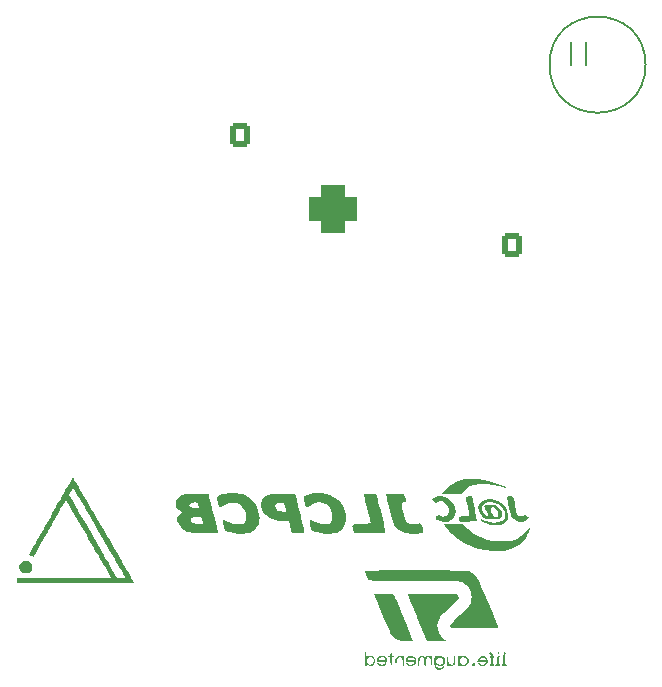
<source format=gbr>
%TF.GenerationSoftware,KiCad,Pcbnew,7.0.9*%
%TF.CreationDate,2024-10-29T13:44:47+09:00*%
%TF.ProjectId,01-main,30312d6d-6169-46e2-9e6b-696361645f70,rev?*%
%TF.SameCoordinates,Original*%
%TF.FileFunction,Legend,Bot*%
%TF.FilePolarity,Positive*%
%FSLAX46Y46*%
G04 Gerber Fmt 4.6, Leading zero omitted, Abs format (unit mm)*
G04 Created by KiCad (PCBNEW 7.0.9) date 2024-10-29 13:44:47*
%MOMM*%
%LPD*%
G01*
G04 APERTURE LIST*
G04 Aperture macros list*
%AMRoundRect*
0 Rectangle with rounded corners*
0 $1 Rounding radius*
0 $2 $3 $4 $5 $6 $7 $8 $9 X,Y pos of 4 corners*
0 Add a 4 corners polygon primitive as box body*
4,1,4,$2,$3,$4,$5,$6,$7,$8,$9,$2,$3,0*
0 Add four circle primitives for the rounded corners*
1,1,$1+$1,$2,$3*
1,1,$1+$1,$4,$5*
1,1,$1+$1,$6,$7*
1,1,$1+$1,$8,$9*
0 Add four rect primitives between the rounded corners*
20,1,$1+$1,$2,$3,$4,$5,0*
20,1,$1+$1,$4,$5,$6,$7,0*
20,1,$1+$1,$6,$7,$8,$9,0*
20,1,$1+$1,$8,$9,$2,$3,0*%
G04 Aperture macros list end*
%ADD10C,0.150000*%
%ADD11RoundRect,0.250000X-0.600000X-0.725000X0.600000X-0.725000X0.600000X0.725000X-0.600000X0.725000X0*%
%ADD12O,1.700000X1.950000*%
%ADD13C,1.524000*%
%ADD14C,3.200000*%
%ADD15R,0.900000X2.000000*%
%ADD16RoundRect,1.025000X-1.025000X-1.025000X1.025000X-1.025000X1.025000X1.025000X-1.025000X1.025000X0*%
%ADD17C,4.100000*%
%ADD18R,1.700000X1.700000*%
%ADD19O,1.700000X1.700000*%
%ADD20C,2.000000*%
%ADD21RoundRect,0.250000X0.600000X0.725000X-0.600000X0.725000X-0.600000X-0.725000X0.600000X-0.725000X0*%
%ADD22C,0.650000*%
%ADD23O,2.100000X1.000000*%
%ADD24O,1.800000X1.000000*%
%ADD25R,2.000000X2.000000*%
%ADD26R,1.500000X1.050000*%
%ADD27O,1.500000X1.050000*%
G04 APERTURE END LIST*
D10*
X168910001Y-96520000D02*
G75*
G03*
X168910001Y-96520000I-4065984J0D01*
G01*
X163830000Y-94615000D02*
X163830000Y-96520000D01*
X162560000Y-94615000D02*
X162560000Y-96520000D01*
%TO.C,G\u002A\u002A\u002A*%
G36*
X154507045Y-131576175D02*
G01*
X154751502Y-131590849D01*
X155216875Y-131647247D01*
X155668399Y-131746463D01*
X156141555Y-131897214D01*
X156671818Y-132108220D01*
X156908864Y-132212179D01*
X157101899Y-132304374D01*
X157191509Y-132358821D01*
X157176688Y-132374396D01*
X157056429Y-132349976D01*
X156829726Y-132284440D01*
X156541572Y-132201131D01*
X156024598Y-132087916D01*
X155525671Y-132034067D01*
X154995801Y-132032863D01*
X154850708Y-132040848D01*
X154413390Y-132099509D01*
X154057575Y-132212508D01*
X153763753Y-132387738D01*
X153512413Y-132633095D01*
X153299187Y-132888181D01*
X152503230Y-132888181D01*
X152206234Y-132886404D01*
X151965537Y-132879242D01*
X151812101Y-132865212D01*
X151730990Y-132842863D01*
X151707272Y-132810741D01*
X151728866Y-132754292D01*
X151825604Y-132629965D01*
X151980364Y-132472142D01*
X152171484Y-132300020D01*
X152377300Y-132132799D01*
X152576147Y-131989679D01*
X152746363Y-131889858D01*
X152881775Y-131827166D01*
X153246266Y-131690634D01*
X153615131Y-131607480D01*
X154023636Y-131571421D01*
X154507045Y-131576175D01*
G37*
G36*
X157637402Y-133072697D02*
G01*
X157693183Y-133112729D01*
X157737137Y-133198186D01*
X157778161Y-133345957D01*
X157825154Y-133572932D01*
X157887016Y-133896000D01*
X157930530Y-134112622D01*
X157983546Y-134351706D01*
X158029453Y-134532814D01*
X158061614Y-134628113D01*
X158061615Y-134628114D01*
X158179720Y-134745743D01*
X158340126Y-134767267D01*
X158516065Y-134689092D01*
X158673036Y-134573038D01*
X158855836Y-134688779D01*
X158885601Y-134708184D01*
X158994561Y-134791336D01*
X159038636Y-134846515D01*
X159038432Y-134850843D01*
X158985890Y-134939090D01*
X158865496Y-135043821D01*
X158713501Y-135138251D01*
X158566157Y-135195598D01*
X158318544Y-135218392D01*
X158023463Y-135162624D01*
X157768672Y-135024482D01*
X157583428Y-134815290D01*
X157550652Y-134736813D01*
X157494924Y-134557129D01*
X157429665Y-134314306D01*
X157361474Y-134036542D01*
X157296949Y-133752033D01*
X157242690Y-133488978D01*
X157205295Y-133275573D01*
X157191363Y-133140016D01*
X157195461Y-133120096D01*
X157270350Y-133075525D01*
X157447246Y-133061363D01*
X157454757Y-133061353D01*
X157560892Y-133061201D01*
X157637402Y-133072697D01*
G37*
G36*
X154064961Y-133062235D02*
G01*
X154195624Y-133069063D01*
X154247272Y-133080453D01*
X154255529Y-133126758D01*
X154283343Y-133270011D01*
X154327247Y-133491842D01*
X154383577Y-133773753D01*
X154448669Y-134097242D01*
X154503691Y-134378124D01*
X154557283Y-134672213D01*
X154596349Y-134911068D01*
X154617774Y-135075446D01*
X154618444Y-135146107D01*
X154551753Y-135165959D01*
X154393307Y-135182235D01*
X154166839Y-135193233D01*
X153896073Y-135197272D01*
X153205324Y-135197272D01*
X153146669Y-135042999D01*
X153113968Y-134942336D01*
X153111579Y-134835760D01*
X153178624Y-134772894D01*
X153330247Y-134743029D01*
X153581597Y-134735454D01*
X153623630Y-134735387D01*
X153822971Y-134733007D01*
X153963103Y-134727908D01*
X154015905Y-134721022D01*
X154015860Y-134720530D01*
X154003463Y-134656293D01*
X153972255Y-134502495D01*
X153926781Y-134281369D01*
X153871587Y-134015148D01*
X153856575Y-133943000D01*
X153789256Y-133613703D01*
X153747391Y-133378687D01*
X153732911Y-133222053D01*
X153747750Y-133127903D01*
X153793840Y-133080337D01*
X153873112Y-133063457D01*
X153987500Y-133061363D01*
X154064961Y-133062235D01*
G37*
G36*
X151916967Y-133090114D02*
G01*
X152208100Y-133228646D01*
X152466768Y-133429577D01*
X152672389Y-133683901D01*
X152804381Y-133982613D01*
X152811242Y-134008096D01*
X152858246Y-134358753D01*
X152811202Y-134665035D01*
X152676440Y-134914840D01*
X152460292Y-135096071D01*
X152169090Y-135196628D01*
X152142344Y-135200751D01*
X151856486Y-135202807D01*
X151554578Y-135146006D01*
X151299418Y-135041548D01*
X151292212Y-135037266D01*
X151165878Y-134940462D01*
X151141404Y-134845162D01*
X151210359Y-134721022D01*
X151225710Y-134701493D01*
X151308315Y-134633389D01*
X151411043Y-134635474D01*
X151570787Y-134706235D01*
X151764942Y-134778953D01*
X151964992Y-134768887D01*
X152142851Y-134651487D01*
X152179584Y-134610145D01*
X152272539Y-134403188D01*
X152269019Y-134150852D01*
X152168524Y-133868435D01*
X152125282Y-133793695D01*
X151947536Y-133601849D01*
X151730750Y-133491458D01*
X151500618Y-133471705D01*
X151282830Y-133551776D01*
X151261043Y-133565789D01*
X151176005Y-133602792D01*
X151100607Y-133575539D01*
X150992354Y-133472419D01*
X150833624Y-133306740D01*
X150985874Y-133186979D01*
X151054604Y-133138962D01*
X151319637Y-133036267D01*
X151613952Y-133022986D01*
X151916967Y-133090114D01*
G37*
G36*
X153856478Y-135792275D02*
G01*
X154118738Y-136037911D01*
X154403079Y-136252236D01*
X154709090Y-136423429D01*
X154967124Y-136542721D01*
X155284056Y-136666566D01*
X155590294Y-136751941D01*
X155917195Y-136805237D01*
X156296114Y-136832846D01*
X156758409Y-136841159D01*
X156957876Y-136841293D01*
X157239781Y-136839074D01*
X157445190Y-136830651D01*
X157599125Y-136812447D01*
X157726605Y-136780886D01*
X157852649Y-136732393D01*
X158002279Y-136663393D01*
X158381315Y-136451281D01*
X158714962Y-136175526D01*
X158961265Y-135850611D01*
X159019446Y-135757008D01*
X159096681Y-135653095D01*
X159138795Y-135624552D01*
X159139950Y-135626225D01*
X159135439Y-135699113D01*
X159101990Y-135848977D01*
X159046227Y-136045683D01*
X158992534Y-136200023D01*
X158767841Y-136623908D01*
X158449903Y-136981024D01*
X158038219Y-137271757D01*
X157532282Y-137496489D01*
X156931590Y-137655604D01*
X156614789Y-137700092D01*
X156027369Y-137708946D01*
X155403272Y-137637753D01*
X154765595Y-137492317D01*
X154137436Y-137278438D01*
X153541892Y-137001918D01*
X153002061Y-136668560D01*
X152826458Y-136532512D01*
X152559358Y-136293657D01*
X152299921Y-136029983D01*
X152077259Y-135771630D01*
X151920486Y-135548743D01*
X151816200Y-135370454D01*
X152626510Y-135370454D01*
X153436821Y-135370454D01*
X153856478Y-135792275D01*
G37*
G36*
X145680042Y-132830743D02*
G01*
X145897646Y-132836293D01*
X146030219Y-132852133D01*
X146100486Y-132882462D01*
X146131173Y-132931477D01*
X146157971Y-133021678D01*
X146221225Y-133250334D01*
X146297773Y-133541489D01*
X146383419Y-133877710D01*
X146473970Y-134241563D01*
X146565232Y-134615612D01*
X146653010Y-134982423D01*
X146733111Y-135324563D01*
X146801340Y-135624596D01*
X146853504Y-135865088D01*
X146885408Y-136028606D01*
X146892858Y-136097714D01*
X146880186Y-136114333D01*
X146826930Y-136137178D01*
X146722538Y-136154149D01*
X146554149Y-136166013D01*
X146308905Y-136173537D01*
X145973944Y-136177489D01*
X145536406Y-136178636D01*
X144211007Y-136178636D01*
X144141062Y-135866090D01*
X144109216Y-135719181D01*
X144089555Y-135571649D01*
X144110299Y-135472994D01*
X144186460Y-135413382D01*
X144333046Y-135382977D01*
X144565067Y-135371946D01*
X144897532Y-135370454D01*
X145133938Y-135369881D01*
X145367965Y-135366048D01*
X145516601Y-135356497D01*
X145597172Y-135338819D01*
X145627001Y-135310600D01*
X145623415Y-135269431D01*
X145594406Y-135167113D01*
X145538226Y-134954352D01*
X145469637Y-134683570D01*
X145393718Y-134376013D01*
X145315546Y-134052929D01*
X145240200Y-133735565D01*
X145172758Y-133445166D01*
X145118298Y-133202981D01*
X145081898Y-133030256D01*
X145068636Y-132948237D01*
X145073604Y-132900913D01*
X145105472Y-132862515D01*
X145186476Y-132841338D01*
X145338716Y-132832334D01*
X145584291Y-132830454D01*
X145680042Y-132830743D01*
G37*
G36*
X147753951Y-132843088D02*
G01*
X148496034Y-132859318D01*
X148570767Y-133147954D01*
X148608583Y-133298196D01*
X148637844Y-133456256D01*
X148624862Y-133540785D01*
X148563014Y-133574697D01*
X148445681Y-133580909D01*
X148404928Y-133581093D01*
X148319969Y-133588905D01*
X148269746Y-133621198D01*
X148253017Y-133695453D01*
X148268537Y-133829149D01*
X148315063Y-134039763D01*
X148391354Y-134344774D01*
X148477581Y-134667277D01*
X148561908Y-134930808D01*
X148643568Y-135117519D01*
X148731195Y-135246811D01*
X148833424Y-135338086D01*
X148837287Y-135340727D01*
X148997487Y-135400009D01*
X149220010Y-135425459D01*
X149457898Y-135415382D01*
X149664194Y-135368082D01*
X149784389Y-135340664D01*
X149883088Y-135378642D01*
X149958640Y-135502901D01*
X150025619Y-135727949D01*
X150042424Y-135798387D01*
X150078906Y-135975664D01*
X150080262Y-136078639D01*
X150042348Y-136136101D01*
X149961022Y-136176837D01*
X149814829Y-136208782D01*
X149584988Y-136226891D01*
X149308728Y-136230481D01*
X149020530Y-136219998D01*
X148754876Y-136195887D01*
X148546249Y-136158591D01*
X148185731Y-136020075D01*
X147875625Y-135795415D01*
X147651004Y-135497943D01*
X147603430Y-135388805D01*
X147532860Y-135187269D01*
X147450438Y-134923371D01*
X147361178Y-134616323D01*
X147270093Y-134285338D01*
X147182196Y-133949631D01*
X147102500Y-133628415D01*
X147036020Y-133340903D01*
X146987768Y-133106308D01*
X146962758Y-132943844D01*
X146966002Y-132872724D01*
X146969631Y-132870232D01*
X147055853Y-132854821D01*
X147230878Y-132844574D01*
X147471358Y-132840371D01*
X147753951Y-132843088D01*
G37*
G36*
X141558369Y-132812164D02*
G01*
X141909507Y-132858667D01*
X142191078Y-132936126D01*
X142637585Y-133168487D01*
X143005074Y-133481055D01*
X143285620Y-133868510D01*
X143476041Y-134327409D01*
X143542389Y-134628565D01*
X143557668Y-135038600D01*
X143481510Y-135406549D01*
X143318706Y-135720424D01*
X143074049Y-135968236D01*
X142752329Y-136137999D01*
X142517953Y-136195434D01*
X142167433Y-136228951D01*
X141780728Y-136223897D01*
X141397295Y-136181121D01*
X141056590Y-136101473D01*
X140652500Y-135972401D01*
X140542584Y-135553321D01*
X140516173Y-135449391D01*
X140475498Y-135252160D01*
X140471000Y-135131988D01*
X140500729Y-135066179D01*
X140577124Y-135028166D01*
X140687039Y-135071965D01*
X140764536Y-135119070D01*
X141197359Y-135329945D01*
X141598224Y-135431626D01*
X141969715Y-135424824D01*
X141974483Y-135424006D01*
X142171725Y-135367746D01*
X142297414Y-135266380D01*
X142368271Y-135097125D01*
X142401020Y-134837197D01*
X142387872Y-134532604D01*
X142286565Y-134194496D01*
X142099402Y-133914687D01*
X141835098Y-133710523D01*
X141601667Y-133619028D01*
X141256665Y-133580696D01*
X140910890Y-133641754D01*
X140593994Y-133800064D01*
X140484513Y-133872514D01*
X140339381Y-133953498D01*
X140248334Y-133985000D01*
X140245931Y-133984875D01*
X140186327Y-133928586D01*
X140118168Y-133790894D01*
X140052329Y-133602671D01*
X139999686Y-133394786D01*
X139971114Y-133198109D01*
X139969873Y-133145780D01*
X139995257Y-133064106D01*
X140079577Y-132998357D01*
X140248409Y-132923173D01*
X140462616Y-132860886D01*
X140797416Y-132813023D01*
X141175169Y-132796866D01*
X141558369Y-132812164D01*
G37*
G36*
X139622867Y-134345413D02*
G01*
X139746011Y-134833586D01*
X139844344Y-135231154D01*
X139919522Y-135545026D01*
X139973200Y-135782109D01*
X140007033Y-135949309D01*
X140022676Y-136053534D01*
X140021786Y-136101690D01*
X139993113Y-136134837D01*
X139905893Y-136160885D01*
X139743569Y-136170626D01*
X139486251Y-136166465D01*
X138981978Y-136149772D01*
X138911459Y-135890000D01*
X138898764Y-135843067D01*
X138835517Y-135606066D01*
X138777563Y-135384886D01*
X138714186Y-135139545D01*
X138297888Y-135138860D01*
X137955227Y-135119902D01*
X137506022Y-135032950D01*
X137114032Y-134881989D01*
X136792424Y-134674160D01*
X136554363Y-134416604D01*
X136413016Y-134116464D01*
X136382415Y-133988302D01*
X136377157Y-133900135D01*
X137524689Y-133900135D01*
X137584765Y-134067195D01*
X137677365Y-134179091D01*
X137796652Y-134274520D01*
X137845612Y-134295090D01*
X138006921Y-134338592D01*
X138200743Y-134371183D01*
X138215964Y-134372971D01*
X138369395Y-134384460D01*
X138457035Y-134362043D01*
X138487464Y-134286424D01*
X138469264Y-134138311D01*
X138411016Y-133898409D01*
X138390876Y-133823547D01*
X138339209Y-133683789D01*
X138274176Y-133616314D01*
X138172103Y-133590626D01*
X138158501Y-133589113D01*
X137896166Y-133591187D01*
X137694007Y-133651081D01*
X137565642Y-133757747D01*
X137524689Y-133900135D01*
X136377157Y-133900135D01*
X136364002Y-133679535D01*
X136444021Y-133411041D01*
X136627363Y-133161029D01*
X136633229Y-133154938D01*
X136769060Y-133042609D01*
X136940007Y-132957797D01*
X137162020Y-132897339D01*
X137451046Y-132858072D01*
X137823034Y-132836831D01*
X138293934Y-132830454D01*
X139233731Y-132830454D01*
X139289660Y-133046931D01*
X139295524Y-133069629D01*
X139473256Y-133759730D01*
X139607798Y-134286424D01*
X139622867Y-134345413D01*
G37*
G36*
X134342468Y-132808544D02*
G01*
X134519957Y-132823720D01*
X134664248Y-132854682D01*
X134806520Y-132906649D01*
X134977950Y-132984840D01*
X135275880Y-133151642D01*
X135653190Y-133461648D01*
X135941533Y-133834834D01*
X136133649Y-134261019D01*
X136222279Y-134730021D01*
X136227150Y-134912389D01*
X136213050Y-135166603D01*
X136179066Y-135370454D01*
X136126667Y-135510069D01*
X135952401Y-135769245D01*
X135706492Y-135988619D01*
X135417793Y-136139057D01*
X135173986Y-136197607D01*
X134825898Y-136229190D01*
X134443023Y-136223389D01*
X134064877Y-136181048D01*
X133730973Y-136103011D01*
X133332628Y-135975478D01*
X133227887Y-135600807D01*
X133176109Y-135407945D01*
X133136871Y-135246431D01*
X133121119Y-135160153D01*
X133137536Y-135098376D01*
X133229350Y-135070076D01*
X133404354Y-135114273D01*
X133665561Y-135231359D01*
X133787677Y-135290818D01*
X134001474Y-135376235D01*
X134197135Y-135417471D01*
X134427528Y-135428181D01*
X134559036Y-135426377D01*
X134728338Y-135409677D01*
X134842512Y-135366600D01*
X134940124Y-135286487D01*
X134982198Y-135236194D01*
X135068708Y-135027982D01*
X135089029Y-134762128D01*
X135043365Y-134466428D01*
X134931919Y-134168679D01*
X134778977Y-133925396D01*
X134547088Y-133719391D01*
X134257145Y-133609835D01*
X133899419Y-133591287D01*
X133860583Y-133593944D01*
X133630666Y-133624164D01*
X133452689Y-133686702D01*
X133271322Y-133799936D01*
X133143281Y-133888126D01*
X132989938Y-133966402D01*
X132886785Y-133957652D01*
X132811723Y-133855811D01*
X132742658Y-133654812D01*
X132712172Y-133548695D01*
X132653969Y-133318294D01*
X132639590Y-133164715D01*
X132674799Y-133063764D01*
X132765363Y-132991247D01*
X132917045Y-132922970D01*
X132972104Y-132901882D01*
X133133437Y-132854833D01*
X133322049Y-132825223D01*
X133567264Y-132809502D01*
X133898409Y-132804117D01*
X134100605Y-132803935D01*
X134342468Y-132808544D01*
G37*
G36*
X132311431Y-134452551D02*
G01*
X132327695Y-134516286D01*
X132429831Y-134924081D01*
X132519546Y-135295077D01*
X132550364Y-135428181D01*
X132593456Y-135614299D01*
X132648175Y-135866777D01*
X132680319Y-136037536D01*
X132686502Y-136111606D01*
X132686022Y-136112788D01*
X132652880Y-136139206D01*
X132570868Y-136157903D01*
X132426686Y-136169504D01*
X132207036Y-136174634D01*
X131898620Y-136173920D01*
X131488139Y-136167987D01*
X131458352Y-136167451D01*
X131062676Y-136159336D01*
X130762088Y-136149890D01*
X130537482Y-136137083D01*
X130369751Y-136118884D01*
X130239787Y-136093264D01*
X130128483Y-136058192D01*
X130016732Y-136011638D01*
X129793303Y-135887936D01*
X129549911Y-135680752D01*
X129375839Y-135442117D01*
X129277292Y-135189744D01*
X129268206Y-135055557D01*
X130434772Y-135055557D01*
X130441342Y-135134838D01*
X130497725Y-135238138D01*
X130636818Y-135327069D01*
X130685542Y-135348362D01*
X130903652Y-135405837D01*
X131146518Y-135428092D01*
X131454173Y-135428181D01*
X131413368Y-135240568D01*
X131381565Y-135100668D01*
X131328867Y-134931262D01*
X131261862Y-134839764D01*
X131159078Y-134803284D01*
X130999042Y-134798936D01*
X130931660Y-134800746D01*
X130686978Y-134820009D01*
X130534733Y-134863382D01*
X130456730Y-134939139D01*
X130434772Y-135055557D01*
X129268206Y-135055557D01*
X129260472Y-134941345D01*
X129331585Y-134714633D01*
X129496833Y-134527319D01*
X129633728Y-134424058D01*
X129384819Y-134185561D01*
X129301983Y-134103781D01*
X129195424Y-133974691D01*
X129147214Y-133854264D01*
X129142309Y-133787656D01*
X130290454Y-133787656D01*
X130311842Y-133879082D01*
X130407561Y-133985884D01*
X130442833Y-134001953D01*
X130583272Y-134043025D01*
X130754933Y-134074007D01*
X130921924Y-134090778D01*
X131048349Y-134089216D01*
X131098314Y-134065200D01*
X131097384Y-134053318D01*
X131076832Y-133949653D01*
X131037873Y-133797386D01*
X131031249Y-133773852D01*
X130981518Y-133644629D01*
X130906402Y-133591579D01*
X130763991Y-133581697D01*
X130631442Y-133585348D01*
X130432132Y-133615220D01*
X130323406Y-133680509D01*
X130290454Y-133787656D01*
X129142309Y-133787656D01*
X129135909Y-133700734D01*
X129136200Y-133675333D01*
X129190783Y-133389507D01*
X129342739Y-133162657D01*
X129596466Y-132987978D01*
X129640164Y-132967125D01*
X129745431Y-132925279D01*
X129864204Y-132894836D01*
X130016875Y-132873450D01*
X130223831Y-132858780D01*
X130505462Y-132848481D01*
X130882159Y-132840211D01*
X131179036Y-132835745D01*
X131469936Y-132833774D01*
X131700424Y-132834886D01*
X131852163Y-132838977D01*
X131906818Y-132845944D01*
X131907225Y-132848653D01*
X131925469Y-132926299D01*
X131968188Y-133098974D01*
X132031763Y-133352307D01*
X132112575Y-133671928D01*
X132207004Y-134043466D01*
X132212552Y-134065200D01*
X132311431Y-134452551D01*
G37*
G36*
X156783858Y-134740058D02*
G01*
X156691734Y-134918522D01*
X156681113Y-134929424D01*
X156531284Y-135005659D01*
X156337795Y-135019431D01*
X156151981Y-134966207D01*
X156084719Y-134939726D01*
X156008051Y-134966207D01*
X155978486Y-134994681D01*
X155851540Y-135023617D01*
X155668646Y-135005958D01*
X155460847Y-134949131D01*
X155259190Y-134860564D01*
X155094720Y-134747684D01*
X155034577Y-134684211D01*
X154902607Y-134482006D01*
X154804962Y-134249931D01*
X154766818Y-134042160D01*
X154799336Y-133833206D01*
X154925733Y-133595582D01*
X155128590Y-133424282D01*
X155294862Y-133362543D01*
X155575718Y-133321183D01*
X155888371Y-133324160D01*
X156190781Y-133370370D01*
X156440909Y-133458711D01*
X156693765Y-133613054D01*
X156992588Y-133891372D01*
X157189380Y-134223335D01*
X157284562Y-134609516D01*
X157289464Y-134677067D01*
X157248732Y-134962669D01*
X157107887Y-135197067D01*
X156872819Y-135373251D01*
X156549421Y-135484210D01*
X156432019Y-135501567D01*
X156191559Y-135515304D01*
X155950227Y-135508737D01*
X155844231Y-135496408D01*
X155598626Y-135442677D01*
X155365854Y-135362105D01*
X155165841Y-135265283D01*
X155018512Y-135162803D01*
X154943793Y-135065257D01*
X154961611Y-134983237D01*
X155020382Y-134986879D01*
X155153254Y-135033907D01*
X155328526Y-135114853D01*
X155457658Y-135176733D01*
X155642401Y-135242797D01*
X155836850Y-135273520D01*
X156093533Y-135280259D01*
X156440270Y-135257999D01*
X156707660Y-135186510D01*
X156886640Y-135058768D01*
X156986913Y-134867700D01*
X157018181Y-134606233D01*
X156991108Y-134404288D01*
X156872196Y-134121916D01*
X156678942Y-133873091D01*
X156433635Y-133692653D01*
X156423405Y-133687500D01*
X156148811Y-133587228D01*
X155852642Y-133537685D01*
X155574851Y-133542156D01*
X155355386Y-133603931D01*
X155296998Y-133636189D01*
X155106287Y-133795076D01*
X155024431Y-133985017D01*
X155047814Y-134213171D01*
X155055741Y-134236817D01*
X155133737Y-134385482D01*
X155249384Y-134537996D01*
X155378128Y-134668823D01*
X155495417Y-134752425D01*
X155576701Y-134763266D01*
X155583871Y-134708514D01*
X155550505Y-134576993D01*
X155481553Y-134401200D01*
X155457042Y-134346579D01*
X155402286Y-134224098D01*
X155784719Y-134224098D01*
X155837849Y-134419124D01*
X155980381Y-134621382D01*
X156013321Y-134654957D01*
X156174387Y-134771026D01*
X156310897Y-134795746D01*
X156405517Y-134730763D01*
X156440909Y-134577720D01*
X156440229Y-134552350D01*
X156397262Y-134368593D01*
X156302254Y-134204371D01*
X156176006Y-134076397D01*
X156039320Y-134001385D01*
X155912996Y-133996046D01*
X155817834Y-134077094D01*
X155784719Y-134224098D01*
X155402286Y-134224098D01*
X155349335Y-134105653D01*
X155286165Y-133949493D01*
X155267316Y-133859799D01*
X155292573Y-133818270D01*
X155361720Y-133806604D01*
X155474541Y-133806501D01*
X155496556Y-133806402D01*
X155733393Y-133803161D01*
X155964170Y-133797139D01*
X156186495Y-133831216D01*
X156400238Y-133943064D01*
X156580884Y-134111509D01*
X156714395Y-134314914D01*
X156786732Y-134531643D01*
X156786097Y-134577720D01*
X156783858Y-134740058D01*
G37*
G36*
X116495865Y-138509712D02*
G01*
X116554713Y-138515408D01*
X116604332Y-138528096D01*
X116657089Y-138550082D01*
X116767040Y-138615746D01*
X116856925Y-138702841D01*
X116926350Y-138812755D01*
X116933488Y-138827401D01*
X116956906Y-138880740D01*
X116970239Y-138927283D01*
X116976229Y-138979761D01*
X116977616Y-139050908D01*
X116976575Y-139111045D01*
X116970956Y-139170251D01*
X116958422Y-139219865D01*
X116936707Y-139272142D01*
X116897241Y-139344435D01*
X116815150Y-139446163D01*
X116712273Y-139524387D01*
X116587793Y-139579828D01*
X116561401Y-139586625D01*
X116490014Y-139595497D01*
X116407967Y-139596121D01*
X116320952Y-139585414D01*
X116199795Y-139545637D01*
X116093051Y-139479107D01*
X116003485Y-139387704D01*
X115933860Y-139273312D01*
X115915533Y-139230676D01*
X115901159Y-139181541D01*
X115894218Y-139125726D01*
X115892415Y-139050908D01*
X115892471Y-139032134D01*
X115894679Y-138966435D01*
X115902123Y-138916460D01*
X115917543Y-138869477D01*
X115943682Y-138812755D01*
X116010930Y-138705555D01*
X116100209Y-138617870D01*
X116212943Y-138550082D01*
X116255126Y-138531928D01*
X116304376Y-138517451D01*
X116360217Y-138510456D01*
X116435016Y-138508638D01*
X116495865Y-138509712D01*
G37*
G36*
X125386236Y-139960097D02*
G01*
X125435375Y-140044842D01*
X125470031Y-140104607D01*
X125489556Y-140138276D01*
X125634438Y-140388080D01*
X120649402Y-140388080D01*
X115664366Y-140388080D01*
X115664366Y-140167895D01*
X115664366Y-139947709D01*
X119660475Y-139947709D01*
X119936817Y-139947682D01*
X120318637Y-139947551D01*
X120685060Y-139947315D01*
X121035083Y-139946978D01*
X121367702Y-139946543D01*
X121681914Y-139946013D01*
X121976715Y-139945393D01*
X122251101Y-139944685D01*
X122504068Y-139943894D01*
X122734613Y-139943022D01*
X122941733Y-139942074D01*
X123124423Y-139941052D01*
X123281681Y-139939961D01*
X123412501Y-139938804D01*
X123515881Y-139937585D01*
X123590817Y-139936307D01*
X123636305Y-139934973D01*
X123651342Y-139933588D01*
X123642958Y-139918230D01*
X123619615Y-139877148D01*
X123582162Y-139811823D01*
X123531429Y-139723683D01*
X123468245Y-139614158D01*
X123393441Y-139484679D01*
X123307848Y-139336673D01*
X123212295Y-139171570D01*
X123107612Y-138990800D01*
X122994630Y-138795792D01*
X122874179Y-138587976D01*
X122747089Y-138368780D01*
X122614190Y-138139633D01*
X122476313Y-137901967D01*
X122334287Y-137657209D01*
X122188943Y-137406789D01*
X122041111Y-137152136D01*
X121891621Y-136894680D01*
X121741304Y-136635850D01*
X121590989Y-136377076D01*
X121441507Y-136119786D01*
X121293688Y-135865410D01*
X121148362Y-135615378D01*
X121006359Y-135371118D01*
X120868509Y-135134060D01*
X120735644Y-134905634D01*
X120608592Y-134687269D01*
X120488184Y-134480394D01*
X120375251Y-134286438D01*
X120270621Y-134106831D01*
X120175127Y-133943002D01*
X120089597Y-133796381D01*
X120014862Y-133668396D01*
X119951752Y-133560478D01*
X119901097Y-133474055D01*
X119863728Y-133410557D01*
X119840475Y-133371413D01*
X119832167Y-133358053D01*
X119830896Y-133359777D01*
X119817141Y-133382653D01*
X119788987Y-133431038D01*
X119747223Y-133503544D01*
X119692639Y-133598783D01*
X119626024Y-133715369D01*
X119548166Y-133851914D01*
X119459855Y-134007031D01*
X119361879Y-134179332D01*
X119255029Y-134367430D01*
X119140092Y-134569937D01*
X119017858Y-134785467D01*
X118889117Y-135012631D01*
X118754656Y-135250043D01*
X118615265Y-135496315D01*
X118471734Y-135750059D01*
X118422379Y-135837335D01*
X118279958Y-136089142D01*
X118141868Y-136333230D01*
X118008906Y-136568194D01*
X117881867Y-136792631D01*
X117761548Y-137005136D01*
X117648744Y-137204302D01*
X117544253Y-137388727D01*
X117448869Y-137557006D01*
X117363390Y-137707733D01*
X117288611Y-137839504D01*
X117225329Y-137950914D01*
X117174339Y-138040559D01*
X117136438Y-138107034D01*
X117112422Y-138148934D01*
X117103087Y-138164856D01*
X117101625Y-138166710D01*
X117089626Y-138172318D01*
X117068013Y-138168555D01*
X117032475Y-138153675D01*
X116978696Y-138125931D01*
X116902364Y-138083577D01*
X116883626Y-138072932D01*
X116819171Y-138035103D01*
X116767807Y-138003066D01*
X116734368Y-137979925D01*
X116723686Y-137968785D01*
X116741939Y-137936333D01*
X116807014Y-137820768D01*
X116883345Y-137685377D01*
X116970123Y-137531588D01*
X117066538Y-137360834D01*
X117171778Y-137174544D01*
X117285035Y-136974148D01*
X117405496Y-136761078D01*
X117532352Y-136536764D01*
X117664792Y-136302636D01*
X117802005Y-136060124D01*
X117943183Y-135810660D01*
X118087513Y-135555673D01*
X118234186Y-135296595D01*
X118382391Y-135034855D01*
X118531317Y-134771884D01*
X118680155Y-134509113D01*
X118828094Y-134247971D01*
X118974323Y-133989891D01*
X119118033Y-133736301D01*
X119258411Y-133488632D01*
X119394649Y-133248316D01*
X119525936Y-133016782D01*
X119587691Y-132907898D01*
X120083808Y-132907898D01*
X120086544Y-132913029D01*
X120103350Y-132942695D01*
X120134892Y-132997750D01*
X120180511Y-133077053D01*
X120239545Y-133179465D01*
X120311334Y-133303842D01*
X120395218Y-133449043D01*
X120490537Y-133613928D01*
X120596629Y-133797355D01*
X120712835Y-133998182D01*
X120838493Y-134215269D01*
X120972943Y-134447473D01*
X121115525Y-134693653D01*
X121265579Y-134952668D01*
X121422443Y-135223377D01*
X121585458Y-135504638D01*
X121753963Y-135795310D01*
X121927296Y-136094251D01*
X122104799Y-136400320D01*
X122209102Y-136580182D01*
X122384305Y-136882441D01*
X122554950Y-137177003D01*
X122720375Y-137462721D01*
X122879919Y-137738447D01*
X123032921Y-138003035D01*
X123178720Y-138255337D01*
X123316655Y-138494206D01*
X123446064Y-138718494D01*
X123566286Y-138927055D01*
X123676660Y-139118741D01*
X123776525Y-139292406D01*
X123865220Y-139446901D01*
X123942084Y-139581079D01*
X124006455Y-139693794D01*
X124057672Y-139783898D01*
X124095074Y-139850244D01*
X124118001Y-139891684D01*
X124125790Y-139907071D01*
X124124179Y-139916533D01*
X124106130Y-139937293D01*
X124113050Y-139939229D01*
X124147103Y-139941303D01*
X124205251Y-139943159D01*
X124283581Y-139944702D01*
X124378183Y-139945836D01*
X124485145Y-139946467D01*
X124883819Y-139947709D01*
X124853674Y-139896594D01*
X124852175Y-139894033D01*
X124837174Y-139868229D01*
X124807241Y-139816664D01*
X124763022Y-139740452D01*
X124705164Y-139640707D01*
X124634312Y-139518545D01*
X124551113Y-139375080D01*
X124456214Y-139211428D01*
X124350261Y-139028702D01*
X124233900Y-138828018D01*
X124107777Y-138610491D01*
X123972540Y-138377235D01*
X123828834Y-138129365D01*
X123677306Y-137867996D01*
X123518602Y-137594242D01*
X123353368Y-137309220D01*
X123182251Y-137014042D01*
X123005897Y-136709825D01*
X122824953Y-136397683D01*
X122640065Y-136078731D01*
X122579974Y-135975069D01*
X122396592Y-135658752D01*
X122217480Y-135349849D01*
X122043276Y-135049458D01*
X121874620Y-134758682D01*
X121712150Y-134478618D01*
X121556505Y-134210369D01*
X121408325Y-133955033D01*
X121268248Y-133713712D01*
X121136913Y-133487505D01*
X121014959Y-133277513D01*
X120903024Y-133084835D01*
X120801749Y-132910572D01*
X120711771Y-132755825D01*
X120633730Y-132621692D01*
X120568264Y-132509275D01*
X120516012Y-132419674D01*
X120477614Y-132353988D01*
X120453708Y-132313319D01*
X120444933Y-132298766D01*
X120441754Y-132300752D01*
X120425175Y-132322958D01*
X120397206Y-132365589D01*
X120360579Y-132424037D01*
X120318027Y-132493693D01*
X120272283Y-132569946D01*
X120226080Y-132648187D01*
X120182149Y-132723808D01*
X120143224Y-132792199D01*
X120112037Y-132848750D01*
X120091321Y-132888853D01*
X120083808Y-132907898D01*
X119587691Y-132907898D01*
X119651461Y-132795460D01*
X119770415Y-132585782D01*
X119881985Y-132389178D01*
X119985363Y-132207078D01*
X120079737Y-132040913D01*
X120164298Y-131892114D01*
X120238234Y-131762109D01*
X120300736Y-131652331D01*
X120350992Y-131564210D01*
X120388194Y-131499176D01*
X120411529Y-131458660D01*
X120420188Y-131444091D01*
X120422122Y-131444902D01*
X120432098Y-131457332D01*
X120450541Y-131484667D01*
X120477812Y-131527523D01*
X120514274Y-131586519D01*
X120560289Y-131662272D01*
X120616218Y-131755398D01*
X120682425Y-131866516D01*
X120759270Y-131996242D01*
X120847117Y-132145194D01*
X120946327Y-132313990D01*
X121057263Y-132503247D01*
X121180286Y-132713582D01*
X121315758Y-132945612D01*
X121464042Y-133199956D01*
X121625500Y-133477229D01*
X121800494Y-133778051D01*
X121989386Y-134103037D01*
X122192538Y-134452806D01*
X122410313Y-134827974D01*
X122643072Y-135229160D01*
X122891177Y-135656980D01*
X122961713Y-135778632D01*
X123158096Y-136117329D01*
X123350993Y-136450013D01*
X123539757Y-136775569D01*
X123723742Y-137092882D01*
X123902300Y-137400835D01*
X124074785Y-137698313D01*
X124240549Y-137984201D01*
X124398946Y-138257381D01*
X124549329Y-138516739D01*
X124691050Y-138761158D01*
X124823463Y-138989523D01*
X124945920Y-139200719D01*
X125057776Y-139393629D01*
X125158382Y-139567137D01*
X125247092Y-139720129D01*
X125323259Y-139851487D01*
X125379053Y-139947709D01*
X125386236Y-139960097D01*
G37*
G36*
X156489047Y-146249330D02*
G01*
X156513128Y-146332223D01*
X156500253Y-146399427D01*
X156447799Y-146423684D01*
X156423683Y-146410697D01*
X156382470Y-146332223D01*
X156387108Y-146304953D01*
X156447799Y-146240762D01*
X156489047Y-146249330D01*
G37*
G36*
X154443838Y-147192885D02*
G01*
X154475445Y-147297892D01*
X154440014Y-147394911D01*
X154360343Y-147429052D01*
X154250575Y-147412904D01*
X154178621Y-147347306D01*
X154172166Y-147322429D01*
X154198524Y-147221892D01*
X154282507Y-147151190D01*
X154387182Y-147145976D01*
X154443838Y-147192885D01*
G37*
G36*
X156469837Y-146550707D02*
G01*
X156529910Y-146568473D01*
X156595372Y-146620252D01*
X156605001Y-146673559D01*
X156543615Y-146698066D01*
X156536994Y-146698286D01*
X156490583Y-146725807D01*
X156467265Y-146814399D01*
X156460865Y-146985515D01*
X156467643Y-147156603D01*
X156491983Y-147247157D01*
X156539260Y-147272963D01*
X156575820Y-147282069D01*
X156617655Y-147351358D01*
X156613861Y-147373896D01*
X156553963Y-147416808D01*
X156408601Y-147429754D01*
X156314500Y-147423264D01*
X156218489Y-147390961D01*
X156202256Y-147342890D01*
X156277943Y-147291863D01*
X156289397Y-147286229D01*
X156329122Y-147228866D01*
X156350168Y-147105792D01*
X156356338Y-146897893D01*
X156356477Y-146827366D01*
X156360776Y-146665703D01*
X156376395Y-146580106D01*
X156410395Y-146548974D01*
X156469837Y-146550707D01*
G37*
G36*
X152763428Y-146546421D02*
G01*
X152792968Y-146619557D01*
X152805753Y-146755959D01*
X152803092Y-146925647D01*
X152786295Y-147098641D01*
X152756670Y-147244961D01*
X152715527Y-147334627D01*
X152653660Y-147383966D01*
X152536763Y-147416324D01*
X152349683Y-147418979D01*
X152070741Y-147407307D01*
X152070741Y-146974292D01*
X152071013Y-146925655D01*
X152079276Y-146724763D01*
X152097370Y-146590311D01*
X152123005Y-146541276D01*
X152138159Y-146551273D01*
X152164744Y-146633985D01*
X152175268Y-146773059D01*
X152196922Y-147024706D01*
X152268874Y-147208686D01*
X152391149Y-147301262D01*
X152502757Y-147304372D01*
X152606722Y-147222864D01*
X152673995Y-147058917D01*
X152697902Y-146822935D01*
X152702311Y-146710016D01*
X152721292Y-146588478D01*
X152750165Y-146541276D01*
X152763428Y-146546421D01*
G37*
G36*
X148464568Y-146564007D02*
G01*
X148464568Y-146996880D01*
X148464297Y-147045408D01*
X148456036Y-147246277D01*
X148437941Y-147380720D01*
X148412305Y-147429754D01*
X148390796Y-147404130D01*
X148368633Y-147299722D01*
X148360042Y-147142305D01*
X148354655Y-146998210D01*
X148323108Y-146851045D01*
X148255515Y-146750330D01*
X148158881Y-146668016D01*
X148075081Y-146655712D01*
X147968832Y-146717175D01*
X147919642Y-146771680D01*
X147874115Y-146899645D01*
X147848035Y-147109150D01*
X147847270Y-147119491D01*
X147823322Y-147316740D01*
X147793447Y-147411346D01*
X147764107Y-147404384D01*
X147741765Y-147296925D01*
X147732881Y-147090042D01*
X147736423Y-146957395D01*
X147770758Y-146750894D01*
X147851754Y-146624032D01*
X147991793Y-146562661D01*
X148203256Y-146552637D01*
X148464568Y-146564007D01*
G37*
G36*
X157095563Y-146292935D02*
G01*
X157140288Y-146332223D01*
X157131444Y-146356265D01*
X157061893Y-146384486D01*
X157023262Y-146402723D01*
X156999029Y-146470698D01*
X156986845Y-146606629D01*
X156983498Y-146828725D01*
X156986717Y-147047638D01*
X156998712Y-147184959D01*
X157022700Y-147253997D01*
X157061893Y-147272963D01*
X157098453Y-147282069D01*
X157140288Y-147351358D01*
X157140135Y-147356268D01*
X157094517Y-147412145D01*
X156960451Y-147429754D01*
X156861715Y-147421483D01*
X156765250Y-147387344D01*
X156738079Y-147339799D01*
X156797264Y-147293134D01*
X156803462Y-147290460D01*
X156840937Y-147250914D01*
X156864041Y-147163748D01*
X156875732Y-147010040D01*
X156878972Y-146770870D01*
X156878997Y-146695851D01*
X156880927Y-146493623D01*
X156889715Y-146370610D01*
X156910600Y-146307121D01*
X156948825Y-146283468D01*
X157009630Y-146279959D01*
X157095563Y-146292935D01*
G37*
G36*
X147401410Y-146312399D02*
G01*
X147419301Y-146410618D01*
X147434878Y-146495748D01*
X147494611Y-146541276D01*
X147503481Y-146541464D01*
X147587885Y-146573348D01*
X147599605Y-146633004D01*
X147529086Y-146681548D01*
X147528152Y-146681793D01*
X147470110Y-146708213D01*
X147437252Y-146765337D01*
X147422631Y-146877742D01*
X147419301Y-147070005D01*
X147412527Y-147252462D01*
X147393962Y-147381489D01*
X147367037Y-147429754D01*
X147366987Y-147429753D01*
X147340188Y-147381256D01*
X147321680Y-147251579D01*
X147314774Y-147063910D01*
X147314745Y-147034789D01*
X147311042Y-146853948D01*
X147296649Y-146752447D01*
X147265179Y-146707936D01*
X147210247Y-146698066D01*
X147149292Y-146683516D01*
X147105721Y-146619671D01*
X147125121Y-146573955D01*
X147210247Y-146541276D01*
X147290276Y-146513075D01*
X147314774Y-146410618D01*
X147327750Y-146324685D01*
X147367037Y-146279959D01*
X147401410Y-146312399D01*
G37*
G36*
X155809843Y-146272767D02*
G01*
X155897424Y-146354229D01*
X156029692Y-146509193D01*
X156074021Y-146577221D01*
X156091116Y-146663001D01*
X156042758Y-146698066D01*
X156021249Y-146723690D01*
X155999086Y-146828098D01*
X155990494Y-146985515D01*
X155995153Y-147103813D01*
X156014136Y-147225709D01*
X156042758Y-147272963D01*
X156066800Y-147281808D01*
X156095021Y-147351358D01*
X156094690Y-147358498D01*
X156047391Y-147412754D01*
X155912099Y-147429754D01*
X155895439Y-147429612D01*
X155768844Y-147409341D01*
X155729177Y-147351358D01*
X155735074Y-147315295D01*
X155781441Y-147272963D01*
X155802949Y-147247340D01*
X155825112Y-147142932D01*
X155833704Y-146985515D01*
X155829045Y-146867217D01*
X155810062Y-146745321D01*
X155781441Y-146698066D01*
X155774830Y-146697678D01*
X155733053Y-146655656D01*
X155740889Y-146580229D01*
X155794507Y-146522783D01*
X155821062Y-146483865D01*
X155758118Y-146413705D01*
X155693453Y-146339756D01*
X155713694Y-146274537D01*
X155751141Y-146253067D01*
X155809843Y-146272767D01*
G37*
G36*
X150335899Y-141324502D02*
G01*
X150879759Y-141327412D01*
X152981369Y-141341070D01*
X153061755Y-141488889D01*
X153142140Y-141636707D01*
X152319261Y-142429630D01*
X152066741Y-142675314D01*
X151808918Y-142936034D01*
X151614271Y-143150576D01*
X151474273Y-143331790D01*
X151380398Y-143492527D01*
X151324117Y-143645635D01*
X151296904Y-143803967D01*
X151290232Y-143980371D01*
X151311559Y-144239892D01*
X151422181Y-144598431D01*
X151627758Y-144913799D01*
X151928983Y-145187309D01*
X152142297Y-145341833D01*
X151264014Y-145327460D01*
X150385730Y-145313087D01*
X149583677Y-143379342D01*
X149524676Y-143236923D01*
X149353134Y-142820891D01*
X149196163Y-142437321D01*
X149058047Y-142096879D01*
X148943076Y-141810229D01*
X148855534Y-141588035D01*
X148799708Y-141440963D01*
X148779887Y-141379675D01*
X148782690Y-141372572D01*
X148819138Y-141356978D01*
X148904055Y-141344625D01*
X149045449Y-141335314D01*
X149251325Y-141328845D01*
X149529688Y-141325020D01*
X149888544Y-141323639D01*
X150335899Y-141324502D01*
G37*
G36*
X155564868Y-146944057D02*
G01*
X155554896Y-147129417D01*
X155444104Y-147301471D01*
X155393349Y-147344925D01*
X155211699Y-147422437D01*
X155018127Y-147414475D01*
X154847099Y-147319972D01*
X154774704Y-147240611D01*
X154761710Y-147186312D01*
X154828157Y-147187062D01*
X154966125Y-147247669D01*
X154993758Y-147262437D01*
X155104819Y-147311762D01*
X155183944Y-147308864D01*
X155280018Y-147254862D01*
X155335310Y-147216187D01*
X155403208Y-147144515D01*
X155380078Y-147097490D01*
X155261758Y-147071744D01*
X155044088Y-147063910D01*
X154672578Y-147063910D01*
X154707671Y-146920186D01*
X154735008Y-146843483D01*
X154869592Y-146843483D01*
X154884752Y-146882865D01*
X154964956Y-146902063D01*
X155129789Y-146907120D01*
X155312043Y-146894966D01*
X155402105Y-146860923D01*
X155395595Y-146808843D01*
X155288793Y-146742576D01*
X155245965Y-146726536D01*
X155092418Y-146711038D01*
X154954751Y-146747795D01*
X154874237Y-146828274D01*
X154869592Y-146843483D01*
X154735008Y-146843483D01*
X154746526Y-146811165D01*
X154880599Y-146649543D01*
X155087039Y-146562564D01*
X155192582Y-146551864D01*
X155295047Y-146586073D01*
X155413503Y-146687932D01*
X155474619Y-146757384D01*
X155524676Y-146860923D01*
X155564868Y-146944057D01*
G37*
G36*
X153928333Y-147084209D02*
G01*
X153816918Y-147268953D01*
X153761511Y-147329508D01*
X153640192Y-147409046D01*
X153480291Y-147429754D01*
X153445275Y-147428898D01*
X153314322Y-147409293D01*
X153243219Y-147371910D01*
X153215647Y-147343849D01*
X153167582Y-147378606D01*
X153152549Y-147400297D01*
X153095976Y-147428259D01*
X153051321Y-147362693D01*
X153022013Y-147212233D01*
X153015192Y-147065390D01*
X153176406Y-147065390D01*
X153272799Y-147220700D01*
X153368078Y-147289756D01*
X153481852Y-147325227D01*
X153532484Y-147319386D01*
X153663919Y-147246332D01*
X153757315Y-147116543D01*
X153794033Y-146964199D01*
X153755435Y-146823483D01*
X153663582Y-146733646D01*
X153512431Y-146678954D01*
X153364260Y-146704052D01*
X153273402Y-146765950D01*
X153177859Y-146906735D01*
X153176406Y-147065390D01*
X153015192Y-147065390D01*
X153011482Y-146985515D01*
X153012132Y-146924870D01*
X153027370Y-146718197D01*
X153060009Y-146585833D01*
X153106284Y-146537791D01*
X153162429Y-146584085D01*
X153189102Y-146608530D01*
X153274178Y-146591581D01*
X153438516Y-146540818D01*
X153625185Y-146575573D01*
X153799453Y-146694046D01*
X153842443Y-146740498D01*
X153936929Y-146910964D01*
X153934288Y-146964199D01*
X153928333Y-147084209D01*
G37*
G36*
X149510328Y-146948022D02*
G01*
X149488272Y-147132678D01*
X149381553Y-147301471D01*
X149304584Y-147363712D01*
X149115610Y-147430583D01*
X148917666Y-147405812D01*
X148738060Y-147289890D01*
X148709874Y-147260266D01*
X148649505Y-147169076D01*
X148667023Y-147129763D01*
X148749191Y-147147893D01*
X148882771Y-147229035D01*
X148894198Y-147237452D01*
X149003326Y-147307121D01*
X149083518Y-147316310D01*
X149181697Y-147271721D01*
X149254476Y-147227586D01*
X149337063Y-147153093D01*
X149321946Y-147102265D01*
X149207364Y-147073178D01*
X148991557Y-147063910D01*
X148901580Y-147063688D01*
X148745085Y-147058781D01*
X148661283Y-147041620D01*
X148627573Y-147004667D01*
X148621358Y-146940378D01*
X148639549Y-146861256D01*
X148778149Y-146861256D01*
X148803759Y-146880126D01*
X148908168Y-146899579D01*
X149065597Y-146907120D01*
X149183867Y-146903033D01*
X149305783Y-146886375D01*
X149353046Y-146861256D01*
X149309475Y-146780373D01*
X149200461Y-146712893D01*
X149065597Y-146685000D01*
X148933689Y-146711717D01*
X148823637Y-146778561D01*
X148778149Y-146861256D01*
X148639549Y-146861256D01*
X148646780Y-146829803D01*
X148749609Y-146687751D01*
X148902751Y-146582455D01*
X149075100Y-146541276D01*
X149170305Y-146551362D01*
X149341166Y-146632114D01*
X149457900Y-146772750D01*
X149484374Y-146861256D01*
X149510328Y-146948022D01*
G37*
G36*
X146036563Y-147084209D02*
G01*
X145925149Y-147268953D01*
X145909423Y-147286719D01*
X145745170Y-147400815D01*
X145558312Y-147434002D01*
X145382409Y-147379449D01*
X145337953Y-147359775D01*
X145270659Y-147386945D01*
X145252107Y-147406261D01*
X145177819Y-147407233D01*
X145167443Y-147395009D01*
X145141613Y-147292307D01*
X145125359Y-147099082D01*
X145124723Y-147068297D01*
X145289082Y-147068297D01*
X145381029Y-147220700D01*
X145476309Y-147289756D01*
X145590083Y-147325227D01*
X145685362Y-147299003D01*
X145799136Y-147220700D01*
X145830795Y-147185313D01*
X145899975Y-147037616D01*
X145891665Y-146893241D01*
X145822458Y-146772400D01*
X145708945Y-146695306D01*
X145567720Y-146682171D01*
X145415373Y-146753207D01*
X145401482Y-146764570D01*
X145296413Y-146909265D01*
X145289082Y-147068297D01*
X145124723Y-147068297D01*
X145119712Y-146825640D01*
X145120301Y-146685231D01*
X145125748Y-146482559D01*
X145138911Y-146358730D01*
X145162221Y-146296833D01*
X145198107Y-146279959D01*
X145206530Y-146280424D01*
X145259850Y-146328702D01*
X145276502Y-146464720D01*
X145282199Y-146581994D01*
X145310479Y-146620136D01*
X145377593Y-146595378D01*
X145527169Y-146545603D01*
X145723638Y-146569570D01*
X145907683Y-146694046D01*
X145950673Y-146740498D01*
X146045160Y-146910964D01*
X146038875Y-147037616D01*
X146036563Y-147084209D01*
G37*
G36*
X147053457Y-146958799D02*
G01*
X147045212Y-147034420D01*
X146972435Y-147217507D01*
X146848933Y-147362762D01*
X146805941Y-147390051D01*
X146633021Y-147430155D01*
X146445310Y-147395103D01*
X146281682Y-147289890D01*
X146262245Y-147269780D01*
X146195442Y-147174226D01*
X146208007Y-147130107D01*
X146286561Y-147144036D01*
X146417727Y-147222628D01*
X146426237Y-147228802D01*
X146591723Y-147301775D01*
X146737039Y-147279760D01*
X146846298Y-147164897D01*
X146857168Y-147143541D01*
X146866204Y-147099511D01*
X146827818Y-147075648D01*
X146722981Y-147065823D01*
X146532662Y-147063910D01*
X146427910Y-147063644D01*
X146278782Y-147058393D01*
X146200404Y-147039998D01*
X146170047Y-147000234D01*
X146164980Y-146930876D01*
X146177643Y-146856061D01*
X146321770Y-146856061D01*
X146346860Y-146876921D01*
X146450671Y-146898680D01*
X146607578Y-146907120D01*
X146678624Y-146906585D01*
X146809559Y-146897631D01*
X146863860Y-146872530D01*
X146861767Y-146824721D01*
X146843818Y-146789769D01*
X146736210Y-146703661D01*
X146589487Y-146678379D01*
X146445374Y-146724014D01*
X146361137Y-146792986D01*
X146321770Y-146856061D01*
X146177643Y-146856061D01*
X146179636Y-146844287D01*
X146269986Y-146695566D01*
X146415586Y-146584753D01*
X146584732Y-146541276D01*
X146591013Y-146541361D01*
X146744698Y-146584813D01*
X146894615Y-146688125D01*
X147008343Y-146822414D01*
X147024921Y-146872530D01*
X147053457Y-146958799D01*
G37*
G36*
X146965339Y-141314612D02*
G01*
X147203385Y-141323218D01*
X147404795Y-141337117D01*
X147548193Y-141356177D01*
X147612204Y-141380268D01*
X147615930Y-141386510D01*
X147658870Y-141475504D01*
X147733060Y-141643288D01*
X147833385Y-141877349D01*
X147954730Y-142165169D01*
X148091981Y-142494235D01*
X148240023Y-142852031D01*
X148393742Y-143226041D01*
X148548023Y-143603751D01*
X148697751Y-143972644D01*
X148837812Y-144320207D01*
X148963090Y-144633924D01*
X149068473Y-144901279D01*
X149148844Y-145109757D01*
X149199090Y-145246842D01*
X149214095Y-145300021D01*
X149205089Y-145306126D01*
X149117389Y-145323010D01*
X148959716Y-145334791D01*
X148758243Y-145339219D01*
X148662065Y-145338192D01*
X148313932Y-145309251D01*
X148030576Y-145233148D01*
X147784772Y-145099990D01*
X147549299Y-144899883D01*
X147515766Y-144866340D01*
X147444819Y-144790492D01*
X147379946Y-144709243D01*
X147315459Y-144611167D01*
X147245670Y-144484840D01*
X147164891Y-144318836D01*
X147067432Y-144101729D01*
X146947605Y-143822095D01*
X146799722Y-143468507D01*
X146618095Y-143029542D01*
X146510108Y-142767200D01*
X146360270Y-142400570D01*
X146227184Y-142071824D01*
X146115527Y-141792686D01*
X146029979Y-141574883D01*
X145975219Y-141430139D01*
X145955926Y-141370180D01*
X145973683Y-141355507D01*
X146074286Y-141335703D01*
X146245129Y-141321842D01*
X146464835Y-141313793D01*
X146712030Y-141311426D01*
X146965339Y-141314612D01*
G37*
G36*
X150173196Y-146598381D02*
G01*
X150224047Y-146627345D01*
X150332426Y-146600831D01*
X150353980Y-146591275D01*
X150487668Y-146562183D01*
X150651617Y-146554831D01*
X150868684Y-146563487D01*
X150868684Y-146996620D01*
X150868411Y-147045346D01*
X150860146Y-147246259D01*
X150842052Y-147380718D01*
X150816420Y-147429754D01*
X150793079Y-147397451D01*
X150772176Y-147285409D01*
X150764157Y-147119906D01*
X150762844Y-147041993D01*
X150738566Y-146841437D01*
X150682029Y-146727931D01*
X150612987Y-146665693D01*
X150548016Y-146653575D01*
X150447141Y-146699905D01*
X150414583Y-146721483D01*
X150371921Y-146785232D01*
X150351371Y-146899803D01*
X150346050Y-147091880D01*
X150345511Y-147166278D01*
X150336173Y-147325664D01*
X150311731Y-147406984D01*
X150267655Y-147429754D01*
X150250393Y-147427432D01*
X150213411Y-147387187D01*
X150194543Y-147281842D01*
X150189260Y-147091880D01*
X150188017Y-146982399D01*
X150175775Y-146833258D01*
X150144786Y-146747989D01*
X150088169Y-146699905D01*
X149997938Y-146656671D01*
X149931253Y-146660261D01*
X149853281Y-146727931D01*
X149830513Y-146757040D01*
X149785597Y-146896044D01*
X149771153Y-147124262D01*
X149771124Y-147135046D01*
X149757238Y-147326062D01*
X149725167Y-147417859D01*
X149685437Y-147411540D01*
X149648579Y-147308207D01*
X149625118Y-147108964D01*
X149623807Y-146935133D01*
X149651879Y-146796633D01*
X149720372Y-146681920D01*
X149758174Y-146641002D01*
X149899063Y-146557942D01*
X150050192Y-146541375D01*
X150173196Y-146598381D01*
G37*
G36*
X151892061Y-147169699D02*
G01*
X151789827Y-147307696D01*
X151645130Y-147400856D01*
X151471723Y-147429925D01*
X151283355Y-147375651D01*
X151282499Y-147375194D01*
X151200688Y-147351063D01*
X151189711Y-147397079D01*
X151251669Y-147504692D01*
X151277373Y-147533028D01*
X151406550Y-147591364D01*
X151562769Y-147583605D01*
X151703605Y-147509318D01*
X151799427Y-147442574D01*
X151869804Y-147437072D01*
X151874887Y-147496546D01*
X151797249Y-147603470D01*
X151712320Y-147672792D01*
X151528189Y-147744627D01*
X151344927Y-147732602D01*
X151188090Y-147641305D01*
X151083234Y-147475321D01*
X151061109Y-147398820D01*
X151032745Y-147225468D01*
X151024512Y-147071118D01*
X151200045Y-147071118D01*
X151283625Y-147217534D01*
X151382053Y-147296358D01*
X151492209Y-147314449D01*
X151640704Y-147260933D01*
X151735181Y-147180494D01*
X151800369Y-147034787D01*
X151791738Y-146884150D01*
X151732961Y-146806349D01*
X151626320Y-146719272D01*
X151626311Y-146719267D01*
X151526428Y-146663122D01*
X151451733Y-146667217D01*
X151349128Y-146734462D01*
X151312322Y-146764736D01*
X151210726Y-146911964D01*
X151200045Y-147071118D01*
X151024512Y-147071118D01*
X151022760Y-147038270D01*
X151029094Y-146856926D01*
X151049686Y-146701136D01*
X151082478Y-146590599D01*
X151125410Y-146545015D01*
X151176421Y-146584085D01*
X151203094Y-146608530D01*
X151288170Y-146591581D01*
X151431056Y-146545288D01*
X151617184Y-146567799D01*
X151790831Y-146665162D01*
X151806481Y-146679195D01*
X151914139Y-146836196D01*
X151938082Y-147006115D01*
X151930016Y-147034787D01*
X151892061Y-147169699D01*
G37*
G36*
X149640937Y-139331343D02*
G01*
X150414285Y-139332184D01*
X151090846Y-139333637D01*
X151676903Y-139335803D01*
X152178743Y-139338785D01*
X152602648Y-139342687D01*
X152954905Y-139347612D01*
X153241797Y-139353662D01*
X153469608Y-139360940D01*
X153644624Y-139369550D01*
X153773129Y-139379594D01*
X153861407Y-139391175D01*
X153915743Y-139404395D01*
X153969083Y-139424785D01*
X154241363Y-139567732D01*
X154486396Y-139755232D01*
X154665891Y-139958977D01*
X154703292Y-140031250D01*
X154776493Y-140189330D01*
X154879172Y-140419156D01*
X155005934Y-140708029D01*
X155151383Y-141043246D01*
X155310122Y-141412108D01*
X155476757Y-141801913D01*
X155645891Y-142199961D01*
X155812127Y-142593551D01*
X155970071Y-142969982D01*
X156114327Y-143316554D01*
X156239497Y-143620565D01*
X156340187Y-143869314D01*
X156411001Y-144050102D01*
X156446542Y-144150227D01*
X156446605Y-144150443D01*
X156448098Y-144173837D01*
X156431387Y-144192863D01*
X156386881Y-144207971D01*
X156304990Y-144219608D01*
X156176120Y-144228224D01*
X155990681Y-144234268D01*
X155739081Y-144238187D01*
X155411730Y-144240431D01*
X154999035Y-144241448D01*
X154491405Y-144241688D01*
X154278346Y-144241566D01*
X153766809Y-144239929D01*
X153350228Y-144236214D01*
X153021614Y-144230207D01*
X152773977Y-144221694D01*
X152600328Y-144210460D01*
X152493678Y-144196291D01*
X152447037Y-144178972D01*
X152423488Y-144153191D01*
X152387688Y-144087380D01*
X152388995Y-144010518D01*
X152434247Y-143912878D01*
X152530285Y-143784730D01*
X152683947Y-143616345D01*
X152902072Y-143397994D01*
X153191501Y-143119949D01*
X153473975Y-142848695D01*
X153693639Y-142630245D01*
X153855177Y-142458395D01*
X153968762Y-142321723D01*
X154044567Y-142208810D01*
X154092766Y-142108238D01*
X154153874Y-141875521D01*
X154179562Y-141580621D01*
X154160783Y-141290438D01*
X154097344Y-141049821D01*
X154088897Y-141030659D01*
X153929268Y-140771987D01*
X153707476Y-140534331D01*
X153460669Y-140358053D01*
X153423577Y-140338653D01*
X153381010Y-140319670D01*
X153330183Y-140303340D01*
X153263690Y-140289429D01*
X153174125Y-140277703D01*
X153054085Y-140267928D01*
X152896164Y-140259870D01*
X152692957Y-140253296D01*
X152437058Y-140247971D01*
X152121064Y-140243662D01*
X151737569Y-140240134D01*
X151279168Y-140237154D01*
X150738455Y-140234488D01*
X150108027Y-140231901D01*
X149380478Y-140229161D01*
X148668563Y-140225955D01*
X147948769Y-140221344D01*
X147314770Y-140215705D01*
X146769241Y-140209082D01*
X146314859Y-140201520D01*
X145954298Y-140193066D01*
X145690235Y-140183764D01*
X145525345Y-140173659D01*
X145462303Y-140162797D01*
X145450620Y-140148501D01*
X145396531Y-140051294D01*
X145329105Y-139901648D01*
X145259761Y-139729035D01*
X145199918Y-139562928D01*
X145160996Y-139432802D01*
X145154413Y-139368128D01*
X145168913Y-139365111D01*
X145272472Y-139359253D01*
X145468896Y-139353765D01*
X145750387Y-139348714D01*
X146109147Y-139344167D01*
X146537376Y-139340191D01*
X147027274Y-139336853D01*
X147571044Y-139334221D01*
X148160886Y-139332360D01*
X148789002Y-139331339D01*
X149447591Y-139331224D01*
X149640937Y-139331343D01*
G37*
%TD*%
%LPC*%
D11*
%TO.C,J7*%
X161350000Y-75675000D03*
D12*
X163850000Y-75675000D03*
X166350000Y-75675000D03*
X168850000Y-75675000D03*
%TD*%
D13*
%TO.C,U2*%
X82550000Y-97790000D03*
X82550000Y-100330000D03*
X82550000Y-102870000D03*
X82550000Y-105410000D03*
X85090000Y-102870000D03*
X85090000Y-105410000D03*
%TD*%
%TO.C,U4*%
X177800000Y-105410000D03*
X177800000Y-102870000D03*
X177800000Y-100330000D03*
X177800000Y-97790000D03*
X175260000Y-100330000D03*
X175260000Y-97790000D03*
%TD*%
%TO.C,U5*%
X180340000Y-63500000D03*
X177800000Y-63500000D03*
X175260000Y-63500000D03*
X172720000Y-63500000D03*
X175260000Y-66040000D03*
X172720000Y-66040000D03*
%TD*%
D14*
%TO.C,REF\u002A\u002A*%
X170000000Y-105000000D03*
%TD*%
%TO.C,REF\u002A\u002A*%
X165000000Y-150000000D03*
%TD*%
D15*
%TO.C,J4*%
X108420000Y-102750000D03*
X121920000Y-102750000D03*
D16*
X111570000Y-108750000D03*
D17*
X118770000Y-108750000D03*
%TD*%
D11*
%TO.C,J3*%
X157600000Y-111760000D03*
D12*
X160100000Y-111760000D03*
X162600000Y-111760000D03*
X165100000Y-111760000D03*
%TD*%
D18*
%TO.C,J9*%
X95250000Y-93980000D03*
D19*
X97790000Y-93980000D03*
X100330000Y-93980000D03*
%TD*%
D14*
%TO.C,REF\u002A\u002A*%
X165000000Y-65000000D03*
%TD*%
D13*
%TO.C,U7*%
X87630000Y-63500000D03*
X85090000Y-63500000D03*
X82550000Y-63500000D03*
X80010000Y-63500000D03*
X82550000Y-66040000D03*
X80010000Y-66040000D03*
%TD*%
D18*
%TO.C,J13*%
X127015000Y-147320000D03*
D19*
X129555000Y-147320000D03*
X132095000Y-147320000D03*
%TD*%
D20*
%TO.C,SW1*%
X80570000Y-81570000D03*
X87070000Y-81570000D03*
X80570000Y-86070000D03*
X87070000Y-86070000D03*
%TD*%
D21*
%TO.C,J1*%
X134560000Y-102510000D03*
D12*
X132060000Y-102510000D03*
X129560000Y-102510000D03*
X127060000Y-102510000D03*
%TD*%
D14*
%TO.C,REF\u002A\u002A*%
X95000000Y-150000000D03*
%TD*%
%TO.C,REF\u002A\u002A*%
X95000000Y-65000000D03*
%TD*%
D13*
%TO.C,U1*%
X142240000Y-121920000D03*
X142240000Y-124460000D03*
X142240000Y-127000000D03*
X142240000Y-129540000D03*
X149860000Y-129540000D03*
X149860000Y-127000000D03*
X149860000Y-124460000D03*
X149860000Y-121920000D03*
%TD*%
D15*
%TO.C,J5*%
X139300000Y-102750000D03*
X152800000Y-102750000D03*
D16*
X142450000Y-108750000D03*
D17*
X149650000Y-108750000D03*
%TD*%
D18*
%TO.C,J12*%
X95250000Y-82550000D03*
D19*
X97790000Y-82550000D03*
X100330000Y-82550000D03*
%TD*%
D18*
%TO.C,J10*%
X95250000Y-90170000D03*
D19*
X97790000Y-90170000D03*
X100330000Y-90170000D03*
%TD*%
D14*
%TO.C,REF\u002A\u002A*%
X90000000Y-105000000D03*
%TD*%
D13*
%TO.C,U6*%
X97790000Y-134620000D03*
X100330000Y-134620000D03*
X102870000Y-134620000D03*
X105410000Y-134620000D03*
X107950000Y-134620000D03*
X110490000Y-134620000D03*
X113030000Y-134620000D03*
X113030000Y-119380000D03*
X110490000Y-119380000D03*
X107950000Y-119380000D03*
X105410000Y-119380000D03*
X102870000Y-119380000D03*
X100330000Y-119380000D03*
X97790000Y-119380000D03*
%TD*%
%TO.C,U13*%
X140970000Y-151130000D03*
X143510000Y-151130000D03*
X146050000Y-151130000D03*
X148590000Y-151130000D03*
X151130000Y-151130000D03*
X153670000Y-151130000D03*
X156210000Y-151130000D03*
X158750000Y-151130000D03*
%TD*%
D11*
%TO.C,J8*%
X161410000Y-85090000D03*
D12*
X163910000Y-85090000D03*
X166410000Y-85090000D03*
X168910000Y-85090000D03*
%TD*%
D22*
%TO.C,J22*%
X84960000Y-70770000D03*
X84960000Y-76550000D03*
D23*
X85460000Y-69340000D03*
D24*
X81280000Y-69340000D03*
D23*
X85460000Y-77980000D03*
D24*
X81280000Y-77980000D03*
%TD*%
D18*
%TO.C,J11*%
X95250000Y-86360000D03*
D19*
X97790000Y-86360000D03*
X100330000Y-86360000D03*
%TD*%
D25*
%TO.C,BZ1*%
X114220000Y-146050000D03*
D20*
X109220000Y-146050000D03*
%TD*%
D26*
%TO.C,Q1*%
X124460000Y-115824000D03*
D27*
X124460000Y-114554000D03*
X124460000Y-113284000D03*
%TD*%
D11*
%TO.C,J2*%
X96005000Y-110490000D03*
D12*
X98505000Y-110490000D03*
X101005000Y-110490000D03*
X103505000Y-110490000D03*
%TD*%
D20*
%TO.C,SW2*%
X80570000Y-89190000D03*
X87070000Y-89190000D03*
X80570000Y-93690000D03*
X87070000Y-93690000D03*
%TD*%
%LPD*%
M02*

</source>
